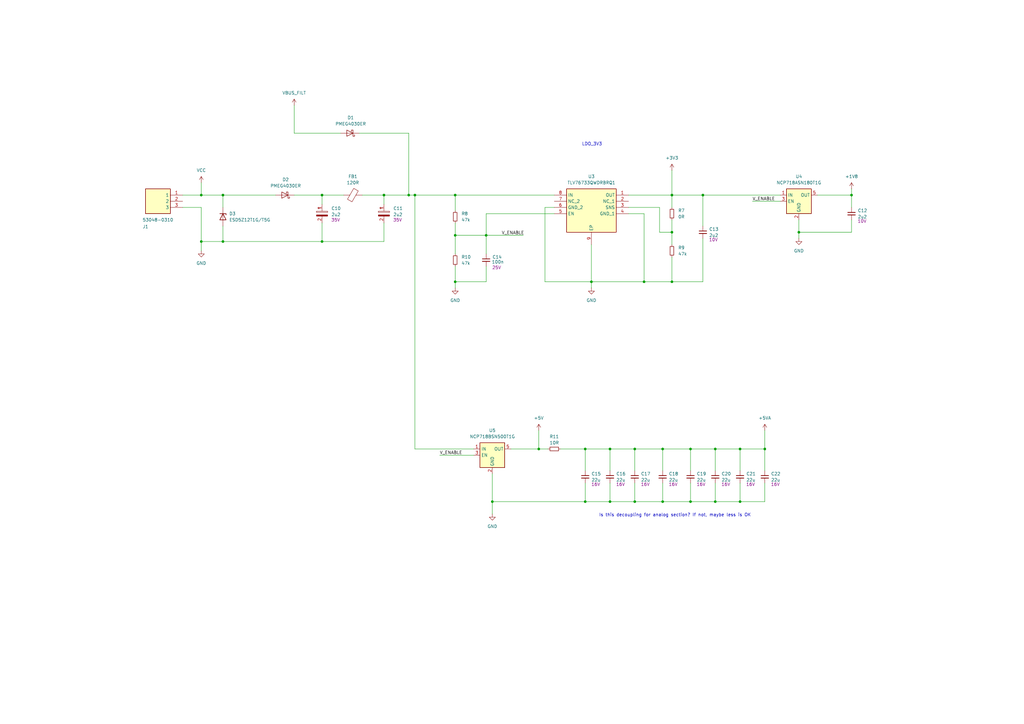
<source format=kicad_sch>
(kicad_sch (version 20231120) (generator "eeschema") (generator_version "8.0")
  (paper "A3")
  (lib_symbols
    (symbol "Chase_Capacitor:865250540001" (pin_names hide)
      (property "Reference" "C" (at 3.81 6.35 0))
      (property "Value" "865250540001" (at 3.81 3.81 0))
      (symbol "865250540001_0_1"
        (rectangle (start -2.286 0.508) (end 2.286 1.016))
        (polyline (pts (xy -1.778 2.286) (xy -0.762 2.286)))
        (polyline (pts (xy -1.27 2.794) (xy -1.27 1.778)))
        (rectangle (start 2.286 -0.508) (end -2.286 -1.016) (fill (type outline)))
      )
      (symbol "865250540001_1_1"
        (pin passive line (at 0 3.81 270) (length 2.794) (name "~") (number "1"))
        (pin passive line (at 0 -3.81 90) (length 2.794) (name "~") (number "2"))
      )
    )
    (symbol "Chase_Conn:53048-0310"
      (property "Reference" "J" (at 16.51 7.62 0))
      (property "Value" "53048-0310" (at 16.51 5.08 0))
      (symbol "53048-0310_1_1"
        (rectangle (start 5.08 2.54) (end 15.24 -7.62) (stroke (width 0.254)) (fill (type background)))
        (pin passive line (at 0 0 0) (length 5.08) (name "1") (number "1"))
        (pin passive line (at 0 -2.54 0) (length 5.08) (name "2") (number "2"))
        (pin passive line (at 0 -5.08 0) (length 5.08) (name "3") (number "3"))
      )
    )
    (symbol "Chase_LDO:TLV76733QWDRBRQ1"
      (property "Reference" "U" (at 26.67 7.62 0))
      (property "Value" "TLV76733QWDRBRQ1" (at 26.67 5.08 0))
      (symbol "TLV76733QWDRBRQ1_1_1"
        (rectangle (start 5.08 2.54) (end 25.4 -15.24) (stroke (width 0.254)) (fill (type background)))
        (pin passive line (at 0 0 0) (length 5.08) (name "OUT") (number "1"))
        (pin passive line (at 0 -2.54 0) (length 5.08) (name "NC_1") (number "2"))
        (pin passive line (at 0 -5.08 0) (length 5.08) (name "SNS") (number "3"))
        (pin passive line (at 0 -7.62 0) (length 5.08) (name "GND_1") (number "4"))
        (pin passive line (at 30.48 -7.62 180) (length 5.08) (name "EN") (number "5"))
        (pin passive line (at 30.48 -5.08 180) (length 5.08) (name "GND_2") (number "6"))
        (pin passive line (at 30.48 -2.54 180) (length 5.08) (name "NC_2") (number "7"))
        (pin passive line (at 30.48 0 180) (length 5.08) (name "IN") (number "8"))
        (pin passive line (at 15.24 -20.32 90) (length 5.08) (name "EP") (number "9"))
      )
    )
    (symbol "Device:C_Small" (pin_numbers hide) (pin_names (offset 0.254) hide)
      (property "Reference" "C" (at 0.254 1.778 0))
      (property "Value" "C_Small" (at 0.254 -2.032 0))
      (symbol "C_Small_0_1"
        (polyline (pts (xy -1.524 -0.508) (xy 1.524 -0.508)) (stroke (width 0.3302)))
        (polyline (pts (xy -1.524 0.508) (xy 1.524 0.508)) (stroke (width 0.3048)))
      )
      (symbol "C_Small_1_1"
        (pin passive line (at 0 2.54 270) (length 2.032) (name "~") (number "1"))
        (pin passive line (at 0 -2.54 90) (length 2.032) (name "~") (number "2"))
      )
    )
    (symbol "Device:FerriteBead" (pin_numbers hide) (pin_names (offset 0))
      (property "Reference" "FB" (at -3.81 0.635 90))
      (property "Value" "FerriteBead" (at 3.81 0 90))
      (symbol "FerriteBead_0_1"
        (polyline (pts (xy 0 -1.27) (xy 0 -1.2192)))
        (polyline (pts (xy 0 1.27) (xy 0 1.2954)))
        (polyline (pts (xy -2.7686 0.4064) (xy -1.7018 2.2606) (xy 2.7686 -0.3048) (xy 1.6764 -2.159) (xy -2.7686 0.4064)))
      )
      (symbol "FerriteBead_1_1"
        (pin passive line (at 0 3.81 270) (length 2.54) (name "~") (number "1"))
        (pin passive line (at 0 -3.81 90) (length 2.54) (name "~") (number "2"))
      )
    )
    (symbol "Device:R_Small" (pin_numbers hide) (pin_names (offset 0.254) hide)
      (property "Reference" "R" (at 0.762 0.508 0))
      (property "Value" "R_Small" (at 0.762 -1.016 0))
      (symbol "R_Small_0_1"
        (rectangle (start -0.762 1.778) (end 0.762 -1.778) (stroke (width 0.2032)))
      )
      (symbol "R_Small_1_1"
        (pin passive line (at 0 2.54 270) (length 0.762) (name "~") (number "1"))
        (pin passive line (at 0 -2.54 90) (length 0.762) (name "~") (number "2"))
      )
    )
    (symbol "Diode:ESD5Zxx" (pin_numbers hide) (pin_names hide)
      (property "Reference" "D" (at 0 2.54 0))
      (property "Value" "ESD5Zxx" (at 0 -2.54 0))
      (symbol "ESD5Zxx_0_1"
        (polyline (pts (xy 1.27 0) (xy -1.27 0)))
        (polyline (pts (xy -1.27 -1.27) (xy -1.27 1.27) (xy -0.762 1.27)) (stroke (width 0.254)))
        (polyline (pts (xy 1.27 -1.27) (xy 1.27 1.27) (xy -1.27 0) (xy 1.27 -1.27)) (stroke (width 0.254)))
      )
      (symbol "ESD5Zxx_1_1"
        (pin passive line (at -3.81 0 0) (length 2.54) (name "K") (number "1"))
        (pin passive line (at 3.81 0 180) (length 2.54) (name "A") (number "2"))
      )
    )
    (symbol "Diode:PMEG4030ER" (pin_numbers hide) (pin_names hide)
      (property "Reference" "D" (at 0 2.54 0))
      (property "Value" "PMEG4030ER" (at 0 -2.54 0))
      (symbol "PMEG4030ER_0_1"
        (polyline (pts (xy 1.27 0) (xy -1.27 0)))
        (polyline (pts (xy 1.27 1.27) (xy 1.27 -1.27) (xy -1.27 0) (xy 1.27 1.27)) (stroke (width 0.2032)))
        (polyline (pts (xy -1.905 0.635) (xy -1.905 1.27) (xy -1.27 1.27) (xy -1.27 -1.27) (xy -0.635 -1.27) (xy -0.635 -0.635)) (stroke (width 0.2032)))
      )
      (symbol "PMEG4030ER_1_1"
        (pin passive line (at -3.81 0 0) (length 2.54) (name "K") (number "1"))
        (pin passive line (at 3.81 0 180) (length 2.54) (name "A") (number "2"))
      )
    )
    (symbol "Regulator_Linear:NCP718xSN500"
      (property "Reference" "U" (at -3.81 6.35 0))
      (property "Value" "NCP718xSN500" (at 6.35 6.35 0))
      (symbol "NCP718xSN500_0_1"
        (rectangle (start -5.08 -5.08) (end 5.08 5.08) (stroke (width 0.254)) (fill (type background)))
        (pin power_in line (at -7.62 2.54 0) (length 2.54) (name "IN") (number "1"))
        (pin power_in line (at 0 -7.62 90) (length 2.54) (name "GND") (number "2"))
        (pin input line (at -7.62 0 0) (length 2.54) (name "EN") (number "3"))
        (pin no_connect line (at 5.08 0 180) (length 2.54) hide (name "NC") (number "4"))
        (pin power_out line (at 7.62 2.54 180) (length 2.54) (name "OUT") (number "5"))
      )
    )
    (symbol "power:+1V8" (power) (pin_numbers hide) (pin_names (offset 0) hide)
      (property "Value" "+1V8" (at 0 3.556 0))
      (symbol "+1V8_0_1"
        (polyline (pts (xy -0.762 1.27) (xy 0 2.54)))
        (polyline (pts (xy 0 0) (xy 0 2.54)))
        (polyline (pts (xy 0 2.54) (xy 0.762 1.27)))
      )
      (symbol "+1V8_1_1"
        (pin power_in line (at 0 0 90) (length 0) (name "~") (number "1"))
      )
    )
    (symbol "power:+3V3" (power) (pin_numbers hide) (pin_names (offset 0) hide)
      (property "Value" "+3V3" (at 0 3.556 0))
      (symbol "+3V3_0_1"
        (polyline (pts (xy -0.762 1.27) (xy 0 2.54)))
        (polyline (pts (xy 0 0) (xy 0 2.54)))
        (polyline (pts (xy 0 2.54) (xy 0.762 1.27)))
      )
      (symbol "+3V3_1_1"
        (pin power_in line (at 0 0 90) (length 0) (name "~") (number "1"))
      )
    )
    (symbol "power:+5V" (power) (pin_numbers hide) (pin_names (offset 0) hide)
      (property "Value" "+5V" (at 0 3.556 0))
      (symbol "+5V_0_1"
        (polyline (pts (xy -0.762 1.27) (xy 0 2.54)))
        (polyline (pts (xy 0 0) (xy 0 2.54)))
        (polyline (pts (xy 0 2.54) (xy 0.762 1.27)))
      )
      (symbol "+5V_1_1"
        (pin power_in line (at 0 0 90) (length 0) (name "~") (number "1"))
      )
    )
    (symbol "power:+5VA" (power) (pin_numbers hide) (pin_names (offset 0) hide)
      (property "Value" "+5VA" (at 0 3.556 0))
      (symbol "+5VA_0_1"
        (polyline (pts (xy -0.762 1.27) (xy 0 2.54)))
        (polyline (pts (xy 0 0) (xy 0 2.54)))
        (polyline (pts (xy 0 2.54) (xy 0.762 1.27)))
      )
      (symbol "+5VA_1_1"
        (pin power_in line (at 0 0 90) (length 0) (name "~") (number "1"))
      )
    )
    (symbol "power:GND" (power) (pin_numbers hide) (pin_names (offset 0) hide)
      (property "Value" "GND" (at 0 -3.81 0))
      (symbol "GND_0_1"
        (polyline (pts (xy 0 0) (xy 0 -1.27) (xy 1.27 -1.27) (xy 0 -2.54) (xy -1.27 -1.27) (xy 0 -1.27)))
      )
      (symbol "GND_1_1"
        (pin power_in line (at 0 0 270) (length 0) (name "~") (number "1"))
      )
    )
    (symbol "power:VBUS" (power) (pin_numbers hide) (pin_names (offset 0) hide)
      (property "Value" "VBUS" (at 0 3.556 0))
      (symbol "VBUS_0_1"
        (polyline (pts (xy -0.762 1.27) (xy 0 2.54)))
        (polyline (pts (xy 0 0) (xy 0 2.54)))
        (polyline (pts (xy 0 2.54) (xy 0.762 1.27)))
      )
      (symbol "VBUS_1_1"
        (pin power_in line (at 0 0 90) (length 0) (name "~") (number "1"))
      )
    )
    (symbol "power:VCC" (power) (pin_numbers hide) (pin_names (offset 0) hide)
      (property "Value" "VCC" (at 0 3.556 0))
      (symbol "VCC_0_1"
        (polyline (pts (xy -0.762 1.27) (xy 0 2.54)))
        (polyline (pts (xy 0 0) (xy 0 2.54)))
        (polyline (pts (xy 0 2.54) (xy 0.762 1.27)))
      )
      (symbol "VCC_1_1"
        (pin power_in line (at 0 0 90) (length 0) (name "~") (number "1"))
      )
    )
  )
  (junction (at 240.03 184.15))
  (junction (at 132.08 80.01))
  (junction (at 157.48 80.01))
  (junction (at 186.69 80.01))
  (junction (at 82.55 99.06))
  (junction (at 260.35 205.74))
  (junction (at 91.44 99.06))
  (junction (at 240.03 205.74))
  (junction (at 264.16 115.57))
  (junction (at 275.59 80.01))
  (junction (at 132.08 99.06))
  (junction (at 275.59 95.25))
  (junction (at 293.37 184.15))
  (junction (at 170.18 80.01))
  (junction (at 271.78 205.74))
  (junction (at 260.35 184.15))
  (junction (at 186.69 115.57))
  (junction (at 288.29 80.01))
  (junction (at 349.25 80.01))
  (junction (at 186.69 96.52))
  (junction (at 313.69 184.15))
  (junction (at 250.19 205.74))
  (junction (at 220.98 184.15))
  (junction (at 271.78 184.15))
  (junction (at 199.39 96.52))
  (junction (at 242.57 115.57))
  (junction (at 303.53 205.74))
  (junction (at 293.37 205.74))
  (junction (at 283.21 184.15))
  (junction (at 82.55 80.01))
  (junction (at 201.93 205.74))
  (junction (at 303.53 184.15))
  (junction (at 167.64 80.01))
  (junction (at 250.19 184.15))
  (junction (at 91.44 80.01))
  (junction (at 327.66 95.25))
  (junction (at 275.59 115.57))
  (junction (at 283.21 205.74))
  (wire (pts (xy 132.08 80.01) (xy 132.08 83.82)))
  (wire (pts (xy 186.69 80.01) (xy 186.69 86.36)))
  (wire (pts (xy 209.55 184.15) (xy 220.98 184.15)))
  (wire (pts (xy 199.39 96.52) (xy 214.63 96.52)))
  (wire (pts (xy 327.66 95.25) (xy 327.66 97.79)))
  (wire (pts (xy 260.35 193.04) (xy 260.35 184.15)))
  (wire (pts (xy 349.25 80.01) (xy 349.25 77.47)))
  (wire (pts (xy 275.59 95.25) (xy 275.59 100.33)))
  (wire (pts (xy 335.28 80.01) (xy 349.25 80.01)))
  (wire (pts (xy 313.69 184.15) (xy 303.53 184.15)))
  (wire (pts (xy 271.78 198.12) (xy 271.78 205.74)))
  (wire (pts (xy 303.53 193.04) (xy 303.53 184.15)))
  (wire (pts (xy 271.78 184.15) (xy 260.35 184.15)))
  (wire (pts (xy 275.59 105.41) (xy 275.59 115.57)))
  (wire (pts (xy 82.55 80.01) (xy 82.55 74.93)))
  (wire (pts (xy 250.19 184.15) (xy 240.03 184.15)))
  (wire (pts (xy 283.21 198.12) (xy 283.21 205.74)))
  (wire (pts (xy 227.33 87.63) (xy 199.39 87.63)))
  (wire (pts (xy 293.37 193.04) (xy 293.37 184.15)))
  (wire (pts (xy 199.39 109.22) (xy 199.39 115.57)))
  (wire (pts (xy 223.52 85.09) (xy 223.52 115.57)))
  (wire (pts (xy 349.25 95.25) (xy 327.66 95.25)))
  (wire (pts (xy 275.59 80.01) (xy 275.59 85.09)))
  (wire (pts (xy 260.35 184.15) (xy 250.19 184.15)))
  (wire (pts (xy 147.32 54.61) (xy 167.64 54.61)))
  (wire (pts (xy 157.48 99.06) (xy 132.08 99.06)))
  (wire (pts (xy 229.87 184.15) (xy 240.03 184.15)))
  (wire (pts (xy 180.34 186.69) (xy 194.31 186.69)))
  (wire (pts (xy 283.21 205.74) (xy 293.37 205.74)))
  (wire (pts (xy 313.69 193.04) (xy 313.69 184.15)))
  (wire (pts (xy 288.29 92.71) (xy 288.29 80.01)))
  (wire (pts (xy 349.25 80.01) (xy 349.25 85.09)))
  (wire (pts (xy 132.08 91.44) (xy 132.08 99.06)))
  (wire (pts (xy 157.48 80.01) (xy 167.64 80.01)))
  (wire (pts (xy 199.39 96.52) (xy 186.69 96.52)))
  (wire (pts (xy 271.78 205.74) (xy 260.35 205.74)))
  (wire (pts (xy 313.69 176.53) (xy 313.69 184.15)))
  (wire (pts (xy 250.19 198.12) (xy 250.19 205.74)))
  (wire (pts (xy 270.51 85.09) (xy 270.51 95.25)))
  (wire (pts (xy 257.81 87.63) (xy 264.16 87.63)))
  (wire (pts (xy 275.59 115.57) (xy 264.16 115.57)))
  (wire (pts (xy 91.44 85.09) (xy 91.44 80.01)))
  (wire (pts (xy 201.93 194.31) (xy 201.93 205.74)))
  (wire (pts (xy 313.69 198.12) (xy 313.69 205.74)))
  (wire (pts (xy 264.16 115.57) (xy 242.57 115.57)))
  (wire (pts (xy 91.44 99.06) (xy 82.55 99.06)))
  (wire (pts (xy 186.69 109.22) (xy 186.69 115.57)))
  (wire (pts (xy 288.29 80.01) (xy 275.59 80.01)))
  (wire (pts (xy 293.37 184.15) (xy 283.21 184.15)))
  (wire (pts (xy 186.69 91.44) (xy 186.69 96.52)))
  (wire (pts (xy 240.03 184.15) (xy 240.03 193.04)))
  (wire (pts (xy 167.64 80.01) (xy 170.18 80.01)))
  (wire (pts (xy 223.52 115.57) (xy 242.57 115.57)))
  (wire (pts (xy 132.08 80.01) (xy 140.97 80.01)))
  (wire (pts (xy 91.44 80.01) (xy 113.03 80.01)))
  (wire (pts (xy 293.37 198.12) (xy 293.37 205.74)))
  (wire (pts (xy 288.29 115.57) (xy 275.59 115.57)))
  (wire (pts (xy 240.03 205.74) (xy 201.93 205.74)))
  (wire (pts (xy 157.48 91.44) (xy 157.48 99.06)))
  (wire (pts (xy 120.65 80.01) (xy 132.08 80.01)))
  (wire (pts (xy 275.59 69.85) (xy 275.59 80.01)))
  (wire (pts (xy 288.29 97.79) (xy 288.29 115.57)))
  (wire (pts (xy 199.39 96.52) (xy 199.39 104.14)))
  (wire (pts (xy 260.35 205.74) (xy 250.19 205.74)))
  (wire (pts (xy 250.19 193.04) (xy 250.19 184.15)))
  (wire (pts (xy 257.81 85.09) (xy 270.51 85.09)))
  (wire (pts (xy 186.69 80.01) (xy 227.33 80.01)))
  (wire (pts (xy 148.59 80.01) (xy 157.48 80.01)))
  (wire (pts (xy 199.39 115.57) (xy 186.69 115.57)))
  (wire (pts (xy 303.53 184.15) (xy 293.37 184.15)))
  (wire (pts (xy 132.08 99.06) (xy 91.44 99.06)))
  (wire (pts (xy 120.65 54.61) (xy 139.7 54.61)))
  (wire (pts (xy 167.64 54.61) (xy 167.64 80.01)))
  (wire (pts (xy 257.81 80.01) (xy 275.59 80.01)))
  (wire (pts (xy 186.69 96.52) (xy 186.69 104.14)))
  (wire (pts (xy 120.65 43.18) (xy 120.65 54.61)))
  (wire (pts (xy 157.48 80.01) (xy 157.48 83.82)))
  (wire (pts (xy 170.18 80.01) (xy 186.69 80.01)))
  (wire (pts (xy 242.57 100.33) (xy 242.57 115.57)))
  (wire (pts (xy 271.78 205.74) (xy 283.21 205.74)))
  (wire (pts (xy 224.79 184.15) (xy 220.98 184.15)))
  (wire (pts (xy 349.25 90.17) (xy 349.25 95.25)))
  (wire (pts (xy 303.53 198.12) (xy 303.53 205.74)))
  (wire (pts (xy 240.03 198.12) (xy 240.03 205.74)))
  (wire (pts (xy 186.69 115.57) (xy 186.69 118.11)))
  (wire (pts (xy 199.39 87.63) (xy 199.39 96.52)))
  (wire (pts (xy 260.35 198.12) (xy 260.35 205.74)))
  (wire (pts (xy 308.61 82.55) (xy 320.04 82.55)))
  (wire (pts (xy 293.37 205.74) (xy 303.53 205.74)))
  (wire (pts (xy 194.31 184.15) (xy 170.18 184.15)))
  (wire (pts (xy 82.55 85.09) (xy 82.55 99.06)))
  (wire (pts (xy 250.19 205.74) (xy 240.03 205.74)))
  (wire (pts (xy 170.18 184.15) (xy 170.18 80.01)))
  (wire (pts (xy 288.29 80.01) (xy 320.04 80.01)))
  (wire (pts (xy 220.98 176.53) (xy 220.98 184.15)))
  (wire (pts (xy 82.55 80.01) (xy 91.44 80.01)))
  (wire (pts (xy 275.59 90.17) (xy 275.59 95.25)))
  (wire (pts (xy 91.44 92.71) (xy 91.44 99.06)))
  (wire (pts (xy 303.53 205.74) (xy 313.69 205.74)))
  (wire (pts (xy 283.21 193.04) (xy 283.21 184.15)))
  (wire (pts (xy 74.93 85.09) (xy 82.55 85.09)))
  (wire (pts (xy 270.51 95.25) (xy 275.59 95.25)))
  (wire (pts (xy 327.66 90.17) (xy 327.66 95.25)))
  (wire (pts (xy 242.57 115.57) (xy 242.57 118.11)))
  (wire (pts (xy 264.16 87.63) (xy 264.16 115.57)))
  (wire (pts (xy 82.55 99.06) (xy 82.55 102.87)))
  (wire (pts (xy 201.93 205.74) (xy 201.93 210.82)))
  (wire (pts (xy 227.33 85.09) (xy 223.52 85.09)))
  (wire (pts (xy 271.78 193.04) (xy 271.78 184.15)))
  (wire (pts (xy 74.93 80.01) (xy 82.55 80.01)))
  (wire (pts (xy 283.21 184.15) (xy 271.78 184.15)))
  (text "LDO_3V3" (at 242.824 59.182 0) (effects (font (size 1.27 1.27))))
  (text "Is this decoupling for analog section? If not, maybe less is OK\n" (at 276.86 211.328 0) (effects (font (size 1.27 1.27))))
  (label "V_ENABLE" (at 205.74 96.52 0))
  (label "V_ENABLE" (at 308.61 82.55 0))
  (label "V_ENABLE" (at 180.34 186.69 0))
  (symbol (lib_id "Chase_Capacitor:865250540001") (at 157.48 87.63 0) (unit 1)
    (property "Reference" "C11" (at 161.29 85.4709 0) (effects (justify left)))
    (property "Value" "2u2" (at 161.29 88.0109 0) (effects (justify left)))
    (property "Footprint" "Chase_Capacitor:CAPAE430X550N" (effects (hide yes)))
    (property "Datasheet" "https://componentsearchengine.com/Datasheets/2/865250540001.pdf" (effects (hide yes)))
    (property "Description" "Wurth Elektronik 2.2uF 35 V dc Aluminium Electrolytic Capacitor, WCAP-ASNP Series 2000h 5.5 (Dia.) x 3.85mm" (effects (hide yes)))
    (property "Height" "5.5" (effects (hide yes)))
    (property "Mouser Part Number" "710-865250540001" (effects (hide yes)))
    (property "Mouser Price/Stock" "https://www.mouser.co.uk/ProductDetail/Wurth-Elektronik/865250540001?qs=0KOYDY2FL28%2FudTYhFk9zw%3D%3D" (effects (hide yes)))
    (property "Manufacturer_Name" "Wurth Elektronik" (effects (hide yes)))
    (property "Manufacturer_Part_Number" "865250540001" (effects (hide yes)))
    (property "Voltage" "35V" (at 163.068 90.17 0))
  )
  (symbol (lib_id "Device:C_Small") (at 283.21 195.58 0) (unit 1)
    (property "Reference" "C19" (at 285.75 194.3162 0) (effects (justify left)))
    (property "Value" "22u" (at 285.75 196.8562 0) (effects (justify left)))
    (property "Footprint" "Capacitor_SMD:C_1210_3225Metric" (effects (hide yes)))
    (property "Description" "Unpolarized capacitor, small symbol" (effects (hide yes)))
    (property "Voltage" "16V" (at 287.528 198.628 0))
    (property "MF" "Samsung Electro-Mechanics " (effects (hide yes)))
    (property "MPN" "CL32B226MOJNNNE " (effects (hide yes)))
    (property "OC_MOUSER" "187-CL32B226MOJNNNE" (effects (hide yes)))
  )
  (symbol (lib_id "Device:C_Small") (at 250.19 195.58 0) (unit 1)
    (property "Reference" "C16" (at 252.73 194.3162 0) (effects (justify left)))
    (property "Value" "22u" (at 252.73 196.8562 0) (effects (justify left)))
    (property "Footprint" "Capacitor_SMD:C_1210_3225Metric" (effects (hide yes)))
    (property "Description" "Unpolarized capacitor, small symbol" (effects (hide yes)))
    (property "Voltage" "16V" (at 254.508 198.628 0))
    (property "MF" "Samsung Electro-Mechanics " (effects (hide yes)))
    (property "MPN" "CL32B226MOJNNNE " (effects (hide yes)))
    (property "OC_MOUSER" "187-CL32B226MOJNNNE" (effects (hide yes)))
  )
  (symbol (lib_id "Device:C_Small") (at 260.35 195.58 0) (unit 1)
    (property "Reference" "C17" (at 262.89 194.3162 0) (effects (justify left)))
    (property "Value" "22u" (at 262.89 196.8562 0) (effects (justify left)))
    (property "Footprint" "Capacitor_SMD:C_1210_3225Metric" (effects (hide yes)))
    (property "Description" "Unpolarized capacitor, small symbol" (effects (hide yes)))
    (property "Voltage" "16V" (at 264.668 198.628 0))
    (property "MF" "Samsung Electro-Mechanics " (effects (hide yes)))
    (property "MPN" "CL32B226MOJNNNE " (effects (hide yes)))
    (property "OC_MOUSER" "187-CL32B226MOJNNNE" (effects (hide yes)))
  )
  (symbol (lib_id "Regulator_Linear:NCP718xSN500") (at 327.66 82.55 0) (unit 1)
    (property "Reference" "U4" (at 327.66 72.39 0))
    (property "Value" "NCP718ASN180T1G" (at 327.66 74.93 0))
    (property "Footprint" "Package_TO_SOT_SMD:SOT-23-5" (effects (hide yes)))
    (property "Datasheet" "https://www.onsemi.com/pub/Collateral/NCP718-D.PDF" (effects (hide yes)))
    (property "Description" "300-mA, Wide Input Voltage, Low-IQ LDO, 5.0V, SOT-23" (effects (hide yes)))
  )
  (symbol (lib_id "power:GND") (at 186.69 118.11 0) (unit 1)
    (property "Reference" "#PWR016" (effects (hide yes)))
    (property "Value" "GND" (at 186.69 123.19 0))
    (property "Description" "Power symbol creates a global label with name \"GND\" , ground" (effects (hide yes)))
  )
  (symbol (lib_id "Device:C_Small") (at 303.53 195.58 0) (unit 1)
    (property "Reference" "C21" (at 306.07 194.3162 0) (effects (justify left)))
    (property "Value" "22u" (at 306.07 196.8562 0) (effects (justify left)))
    (property "Footprint" "Capacitor_SMD:C_1210_3225Metric" (effects (hide yes)))
    (property "Description" "Unpolarized capacitor, small symbol" (effects (hide yes)))
    (property "Voltage" "16V" (at 307.848 198.628 0))
    (property "MF" "Samsung Electro-Mechanics " (effects (hide yes)))
    (property "MPN" "CL32B226MOJNNNE " (effects (hide yes)))
    (property "OC_MOUSER" "187-CL32B226MOJNNNE" (effects (hide yes)))
  )
  (symbol (lib_id "power:+5V") (at 220.98 176.53 0) (unit 1)
    (property "Reference" "#PWR018" (effects (hide yes)))
    (property "Value" "+5V" (at 220.98 171.45 0))
    (property "Description" "Power symbol creates a global label with name \"+5V\"" (effects (hide yes)))
  )
  (symbol (lib_id "Device:C_Small") (at 199.39 106.68 0) (unit 1)
    (property "Reference" "C14" (at 201.93 105.4162 0) (effects (justify left)))
    (property "Value" "100n" (at 201.676 107.442 0) (effects (justify left)))
    (property "Footprint" "Capacitor_SMD:C_0402_1005Metric" (effects (hide yes)))
    (property "Description" "Unpolarized capacitor, small symbol" (effects (hide yes)))
    (property "MPN" "MBAST105SB7104KFNA01" (effects (hide yes)))
    (property "MF" "TAIYO YUDEN " (effects (hide yes)))
    (property "OC_MOUSER" "963-BAST105SB7104KF" (effects (hide yes)))
    (property "Voltage" "25V" (at 203.708 109.728 0))
  )
  (symbol (lib_id "power:+5VA") (at 313.69 176.53 0) (unit 1)
    (property "Reference" "#PWR019" (effects (hide yes)))
    (property "Value" "+5VA" (at 313.69 171.45 0))
    (property "Description" "Power symbol creates a global label with name \"+5VA\"" (effects (hide yes)))
  )
  (symbol (lib_id "Device:C_Small") (at 313.69 195.58 0) (unit 1)
    (property "Reference" "C22" (at 316.23 194.3162 0) (effects (justify left)))
    (property "Value" "22u" (at 316.23 196.8562 0) (effects (justify left)))
    (property "Footprint" "Capacitor_SMD:C_1210_3225Metric" (effects (hide yes)))
    (property "Description" "Unpolarized capacitor, small symbol" (effects (hide yes)))
    (property "Voltage" "16V" (at 318.008 198.628 0))
    (property "MF" "Samsung Electro-Mechanics " (effects (hide yes)))
    (property "MPN" "CL32B226MOJNNNE " (effects (hide yes)))
    (property "OC_MOUSER" "187-CL32B226MOJNNNE" (effects (hide yes)))
  )
  (symbol (lib_id "Regulator_Linear:NCP718xSN500") (at 201.93 186.69 0) (unit 1)
    (property "Reference" "U5" (at 201.93 176.53 0))
    (property "Value" "NCP718BSN500T1G" (at 201.93 179.07 0))
    (property "Footprint" "Package_TO_SOT_SMD:SOT-23-5" (effects (hide yes)))
    (property "Datasheet" "https://www.onsemi.com/pub/Collateral/NCP718-D.PDF" (effects (hide yes)))
    (property "Description" "300-mA, Wide Input Voltage, Low-IQ LDO, 5.0V, SOT-23" (effects (hide yes)))
  )
  (symbol (lib_id "power:VBUS") (at 120.65 43.18 0) (unit 1)
    (property "Reference" "#PWR010" (effects (hide yes)))
    (property "Value" "VBUS_FILT" (at 120.65 38.1 0))
    (property "Description" "Power symbol creates a global label with name \"VBUS\"" (effects (hide yes)))
  )
  (symbol (lib_id "power:GND") (at 327.66 97.79 0) (unit 1)
    (property "Reference" "#PWR014" (effects (hide yes)))
    (property "Value" "GND" (at 327.66 102.87 0))
    (property "Description" "Power symbol creates a global label with name \"GND\" , ground" (effects (hide yes)))
  )
  (symbol (lib_id "Device:R_Small") (at 186.69 88.9 0) (unit 1)
    (property "Reference" "R8" (at 189.23 87.6299 0) (effects (justify left)))
    (property "Value" "47k" (at 189.23 90.1699 0) (effects (justify left)))
    (property "Footprint" "Resistor_SMD:R_0402_1005Metric_Pad0.72x0.64mm_HandSolder" (effects (hide yes)))
    (property "Description" "Resistor, small symbol" (effects (hide yes)))
  )
  (symbol (lib_id "power:GND") (at 242.57 118.11 0) (unit 1)
    (property "Reference" "#PWR017" (effects (hide yes)))
    (property "Value" "GND" (at 242.57 123.19 0))
    (property "Description" "Power symbol creates a global label with name \"GND\" , ground" (effects (hide yes)))
  )
  (symbol (lib_id "Device:C_Small") (at 271.78 195.58 0) (unit 1)
    (property "Reference" "C18" (at 274.32 194.3162 0) (effects (justify left)))
    (property "Value" "22u" (at 274.32 196.8562 0) (effects (justify left)))
    (property "Footprint" "Capacitor_SMD:C_1210_3225Metric" (effects (hide yes)))
    (property "Description" "Unpolarized capacitor, small symbol" (effects (hide yes)))
    (property "Voltage" "16V" (at 276.098 198.628 0))
    (property "MF" "Samsung Electro-Mechanics " (effects (hide yes)))
    (property "MPN" "CL32B226MOJNNNE " (effects (hide yes)))
    (property "OC_MOUSER" "187-CL32B226MOJNNNE" (effects (hide yes)))
  )
  (symbol (lib_id "Chase_Conn:53048-0310") (at 74.93 80.01 0) (mirror y) (unit 1)
    (property "Reference" "J1" (at 59.69 92.964 0))
    (property "Value" "53048-0310" (at 64.77 90.17 0))
    (property "Datasheet" "https://www.molex.com/pdm_docs/sd/530481010_sd.pdf" (effects (hide yes)))
    (property "Description" "Headers & Wire Housings RIGHT ANGLE HDR 3P" (effects (hide yes)))
    (property "Height" "3.5" (effects (hide yes)))
    (property "Mouser Part Number" "538-53048-0310" (effects (hide yes)))
    (property "Mouser Price/Stock" "https://www.mouser.co.uk/ProductDetail/Molex/53048-0310?qs=zXrbR4Jv0OfUlEeVnlaifA%3D%3D" (effects (hide yes)))
    (property "Manufacturer_Name" "Molex" (effects (hide yes)))
    (property "Manufacturer_Part_Number" "53048-0310" (effects (hide yes)))
  )
  (symbol (lib_id "power:+3V3") (at 275.59 69.85 0) (unit 1)
    (property "Reference" "#PWR011" (effects (hide yes)))
    (property "Value" "+3V3" (at 275.59 64.77 0))
    (property "Description" "Power symbol creates a global label with name \"+3V3\"" (effects (hide yes)))
  )
  (symbol (lib_id "power:VCC") (at 82.55 74.93 0) (unit 1)
    (property "Reference" "#PWR012" (effects (hide yes)))
    (property "Value" "VCC" (at 82.55 69.85 0))
    (property "Description" "Power symbol creates a global label with name \"VCC\"" (effects (hide yes)))
  )
  (symbol (lib_id "Chase_LDO:TLV76733QWDRBRQ1") (at 257.81 80.01 0) (mirror y) (unit 1)
    (property "Reference" "U3" (at 242.57 72.39 0))
    (property "Value" "TLV76733QWDRBRQ1" (at 242.57 74.93 0))
    (property "Datasheet" "https://www.ti.com/lit/ds/symlink/tlv767-q1.pdf?ts=1623233650807&ref_url=https%253A%252F%252Fwww.ti.com%252Fstore%252Fti%252Fen%252Fp%252Fproduct%252F%253Fp%253DTLV76780QWDRBRQ1" (effects (hide yes)))
    (property "Description" "LDO Voltage Regulators Automotive adjustable- and fixed-output, 1-A, 16-V, positive-voltage low-dropout linear regulator 8-SON -40 to 150" (effects (hide yes)))
    (property "Height" "1" (effects (hide yes)))
    (property "Mouser Part Number" "595-TLV76733QWDRBRQ1" (effects (hide yes)))
    (property "Mouser Price/Stock" "https://www.mouser.co.uk/ProductDetail/Texas-Instruments/TLV76733QWDRBRQ1?qs=eP2BKZSCXI5iL%252B1dqMuFDw%3D%3D" (effects (hide yes)))
    (property "Manufacturer_Name" "Texas Instruments" (effects (hide yes)))
    (property "Manufacturer_Part_Number" "TLV76733QWDRBRQ1" (effects (hide yes)))
  )
  (symbol (lib_id "power:GND") (at 82.55 102.87 0) (unit 1)
    (property "Reference" "#PWR015" (effects (hide yes)))
    (property "Value" "GND" (at 82.55 107.95 0))
    (property "Description" "Power symbol creates a global label with name \"GND\" , ground" (effects (hide yes)))
  )
  (symbol (lib_id "Device:R_Small") (at 275.59 102.87 0) (unit 1)
    (property "Reference" "R9" (at 278.13 101.5999 0) (effects (justify left)))
    (property "Value" "47k" (at 278.13 104.1399 0) (effects (justify left)))
    (property "Footprint" "Resistor_SMD:R_0402_1005Metric_Pad0.72x0.64mm_HandSolder" (effects (hide yes)))
    (property "Description" "Resistor, small symbol" (effects (hide yes)))
  )
  (symbol (lib_id "power:+1V8") (at 349.25 77.47 0) (unit 1)
    (property "Reference" "#PWR013" (effects (hide yes)))
    (property "Value" "+1V8" (at 349.25 72.39 0))
    (property "Description" "Power symbol creates a global label with name \"+1V8\"" (effects (hide yes)))
  )
  (symbol (lib_id "Diode:ESD5Zxx") (at 91.44 88.9 270) (unit 1)
    (property "Reference" "D3" (at 93.98 87.6299 90) (effects (justify left)))
    (property "Value" "ESD5Z12T1G/T5G" (at 93.98 90.1699 90) (effects (justify left)))
    (property "Footprint" "Diode_SMD:D_SOD-523" (effects (hide yes)))
    (property "Datasheet" "https://www.onsemi.com/pdf/datasheet/esd5z2.5t1-d.pdf" (effects (hide yes)))
    (property "Description" "ESD Protection Diode, SOD-523" (effects (hide yes)))
  )
  (symbol (lib_id "Diode:PMEG4030ER") (at 116.84 80.01 180) (unit 1)
    (property "Reference" "D2" (at 117.1575 73.66 0))
    (property "Value" "PMEG4030ER" (at 117.1575 76.2 0))
    (property "Footprint" "Diode_SMD:Nexperia_CFP3_SOD-123W" (effects (hide yes)))
    (property "Datasheet" "https://assets.nexperia.com/documents/data-sheet/PMEG4030ER.pdf" (effects (hide yes)))
    (property "Description" "40V, 3A low Vf MEGA Schottky barrier rectifier, SOD-123W" (effects (hide yes)))
  )
  (symbol (lib_id "Device:C_Small") (at 293.37 195.58 0) (unit 1)
    (property "Reference" "C20" (at 295.91 194.3162 0) (effects (justify left)))
    (property "Value" "22u" (at 295.91 196.8562 0) (effects (justify left)))
    (property "Footprint" "Capacitor_SMD:C_1210_3225Metric" (effects (hide yes)))
    (property "Description" "Unpolarized capacitor, small symbol" (effects (hide yes)))
    (property "Voltage" "16V" (at 297.688 198.628 0))
    (property "MF" "Samsung Electro-Mechanics " (effects (hide yes)))
    (property "MPN" "CL32B226MOJNNNE " (effects (hide yes)))
    (property "OC_MOUSER" "187-CL32B226MOJNNNE" (effects (hide yes)))
  )
  (symbol (lib_id "Device:R_Small") (at 227.33 184.15 90) (unit 1)
    (property "Reference" "R11" (at 227.33 179.07 90))
    (property "Value" "10R" (at 227.33 181.61 90))
    (property "Footprint" "Resistor_SMD:R_0805_2012Metric_Pad1.20x1.40mm_HandSolder" (effects (hide yes)))
    (property "Description" "Resistor, small symbol" (effects (hide yes)))
  )
  (symbol (lib_id "Chase_Capacitor:865250540001") (at 132.08 87.63 0) (unit 1)
    (property "Reference" "C10" (at 135.89 85.4709 0) (effects (justify left)))
    (property "Value" "2u2" (at 135.89 88.0109 0) (effects (justify left)))
    (property "Footprint" "Chase_Capacitor:CAPAE430X550N" (effects (hide yes)))
    (property "Datasheet" "https://componentsearchengine.com/Datasheets/2/865250540001.pdf" (effects (hide yes)))
    (property "Description" "Wurth Elektronik 2.2uF 35 V dc Aluminium Electrolytic Capacitor, WCAP-ASNP Series 2000h 5.5 (Dia.) x 3.85mm" (effects (hide yes)))
    (property "Height" "5.5" (effects (hide yes)))
    (property "Mouser Part Number" "710-865250540001" (effects (hide yes)))
    (property "Mouser Price/Stock" "https://www.mouser.co.uk/ProductDetail/Wurth-Elektronik/865250540001?qs=0KOYDY2FL28%2FudTYhFk9zw%3D%3D" (effects (hide yes)))
    (property "Manufacturer_Name" "Wurth Elektronik" (effects (hide yes)))
    (property "Manufacturer_Part_Number" "865250540001" (effects (hide yes)))
    (property "Voltage" "35V" (at 137.668 90.17 0))
  )
  (symbol (lib_id "Device:C_Small") (at 288.29 95.25 0) (unit 1)
    (property "Reference" "C13" (at 290.83 93.9862 0) (effects (justify left)))
    (property "Value" "2u2" (at 290.83 96.5262 0) (effects (justify left)))
    (property "Footprint" "Capacitor_SMD:C_0402_1005Metric" (effects (hide yes)))
    (property "Description" "Unpolarized capacitor, small symbol" (effects (hide yes)))
    (property "MPN" "GRM155Z71A225KE01D " (effects (hide yes)))
    (property "MF" "Murata Electronics " (effects (hide yes)))
    (property "OC_MOUSER" "81-GRM155Z71A225KE1D" (effects (hide yes)))
    (property "Voltage" "10V" (at 292.608 98.298 0))
  )
  (symbol (lib_id "Diode:PMEG4030ER") (at 143.51 54.61 180) (unit 1)
    (property "Reference" "D1" (at 143.8275 48.26 0))
    (property "Value" "PMEG4030ER" (at 143.8275 50.8 0))
    (property "Footprint" "Diode_SMD:Nexperia_CFP3_SOD-123W" (effects (hide yes)))
    (property "Datasheet" "https://assets.nexperia.com/documents/data-sheet/PMEG4030ER.pdf" (effects (hide yes)))
    (property "Description" "40V, 3A low Vf MEGA Schottky barrier rectifier, SOD-123W" (effects (hide yes)))
  )
  (symbol (lib_id "Device:R_Small") (at 275.59 87.63 0) (unit 1)
    (property "Reference" "R7" (at 278.13 86.3599 0) (effects (justify left)))
    (property "Value" "0R" (at 278.13 88.8999 0) (effects (justify left)))
    (property "Footprint" "Resistor_SMD:R_0402_1005Metric_Pad0.72x0.64mm_HandSolder" (effects (hide yes)))
    (property "Description" "Resistor, small symbol" (effects (hide yes)))
  )
  (symbol (lib_id "Device:C_Small") (at 349.25 87.63 0) (unit 1)
    (property "Reference" "C12" (at 351.79 86.3662 0) (effects (justify left)))
    (property "Value" "2u2" (at 351.79 88.9062 0) (effects (justify left)))
    (property "Footprint" "Capacitor_SMD:C_0402_1005Metric" (effects (hide yes)))
    (property "Description" "Unpolarized capacitor, small symbol" (effects (hide yes)))
    (property "MPN" "GRM155Z71A225KE01D " (effects (hide yes)))
    (property "MF" "Murata Electronics " (effects (hide yes)))
    (property "OC_MOUSER" "81-GRM155Z71A225KE1D" (effects (hide yes)))
    (property "Voltage" "10V" (at 353.568 90.678 0))
  )
  (symbol (lib_id "Device:FerriteBead") (at 144.78 80.01 90) (unit 1)
    (property "Reference" "FB1" (at 144.7292 72.39 90))
    (property "Value" "120R" (at 144.7292 74.93 90))
    (property "Footprint" "Inductor_SMD:L_0603_1608Metric" (effects (hide yes)))
    (property "Description" "Ferrite bead" (effects (hide yes)))
    (property "MF" "Murata Electronics " (effects (hide yes)))
    (property "MPN" "BLM18KG121TN1D " (effects (hide yes)))
    (property "OC_MOUSER" "81-BLM18KG121TN1D" (effects (hide yes)))
  )
  (symbol (lib_id "Device:R_Small") (at 186.69 106.68 0) (unit 1)
    (property "Reference" "R10" (at 189.23 105.4099 0) (effects (justify left)))
    (property "Value" "47k" (at 189.23 107.9499 0) (effects (justify left)))
    (property "Footprint" "Resistor_SMD:R_0402_1005Metric_Pad0.72x0.64mm_HandSolder" (effects (hide yes)))
    (property "Description" "Resistor, small symbol" (effects (hide yes)))
  )
  (symbol (lib_id "power:GND") (at 201.93 210.82 0) (unit 1)
    (property "Reference" "#PWR020" (effects (hide yes)))
    (property "Value" "GND" (at 201.93 215.9 0))
    (property "Description" "Power symbol creates a global label with name \"GND\" , ground" (effects (hide yes)))
  )
  (symbol (lib_id "Device:C_Small") (at 240.03 195.58 0) (unit 1)
    (property "Reference" "C15" (at 242.57 194.3162 0) (effects (justify left)))
    (property "Value" "22u" (at 242.57 196.8562 0) (effects (justify left)))
    (property "Footprint" "Capacitor_SMD:C_1210_3225Metric" (effects (hide yes)))
    (property "Description" "Unpolarized capacitor, small symbol" (effects (hide yes)))
    (property "Voltage" "16V" (at 244.348 198.628 0))
    (property "MF" "Samsung Electro-Mechanics " (effects (hide yes)))
    (property "MPN" "CL32B226MOJNNNE " (effects (hide yes)))
    (property "OC_MOUSER" "187-CL32B226MOJNNNE" (effects (hide yes)))
  )
)
</source>
